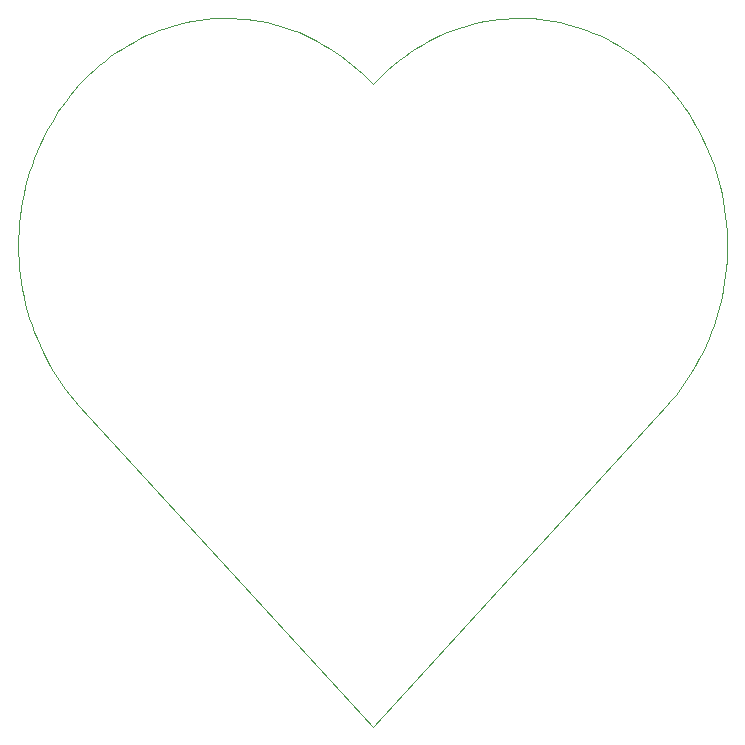
<source format=gbr>
%TF.GenerationSoftware,KiCad,Pcbnew,5.1.8*%
%TF.CreationDate,2021-02-28T21:38:59-05:00*%
%TF.ProjectId,ECG,4543472e-6b69-4636-9164-5f7063625858,rev?*%
%TF.SameCoordinates,Original*%
%TF.FileFunction,Profile,NP*%
%FSLAX46Y46*%
G04 Gerber Fmt 4.6, Leading zero omitted, Abs format (unit mm)*
G04 Created by KiCad (PCBNEW 5.1.8) date 2021-02-28 21:38:59*
%MOMM*%
%LPD*%
G01*
G04 APERTURE LIST*
%TA.AperFunction,Profile*%
%ADD10C,0.100000*%
%TD*%
G04 APERTURE END LIST*
D10*
X177794600Y-111882900D02*
X178154600Y-111385100D01*
X178154600Y-111385100D02*
X178498200Y-110876200D01*
X178498200Y-110876200D02*
X178825400Y-110356700D01*
X178825400Y-110356700D02*
X179136100Y-109827200D01*
X179136100Y-109827200D02*
X179430000Y-109288000D01*
X179430000Y-109288000D02*
X179707100Y-108739800D01*
X179707100Y-108739800D02*
X179967300Y-108182900D01*
X179967300Y-108182900D02*
X180210400Y-107617900D01*
X126111700Y-112369300D02*
X126503990Y-112843500D01*
X126503990Y-112843500D02*
X126912260Y-113305200D01*
X126912260Y-113305200D02*
X151765000Y-140490000D01*
X151765000Y-140490000D02*
X176617900Y-113305000D01*
X176617900Y-113305000D02*
X177026200Y-112843300D01*
X177026200Y-112843300D02*
X177418400Y-112369100D01*
X177418400Y-112369100D02*
X177794600Y-111882900D01*
X180210400Y-107617900D02*
X180436400Y-107045200D01*
X180436400Y-107045200D02*
X180645100Y-106465400D01*
X180645100Y-106465400D02*
X180836400Y-105878900D01*
X180836400Y-105878900D02*
X181010100Y-105286200D01*
X181010100Y-105286200D02*
X181166200Y-104687800D01*
X181166200Y-104687800D02*
X181304500Y-104084200D01*
X181304500Y-104084200D02*
X181425000Y-103475900D01*
X181425000Y-103475900D02*
X181527400Y-102863400D01*
X181684400Y-97869400D02*
X181619400Y-97240700D01*
X181619400Y-97240700D02*
X181535200Y-96612700D01*
X181535200Y-96612700D02*
X181431700Y-95985900D01*
X181431700Y-95985900D02*
X181308700Y-95360700D01*
X181308700Y-95360700D02*
X181166200Y-94737600D01*
X181166200Y-94737600D02*
X181004800Y-94120000D01*
X181004800Y-94120000D02*
X180825500Y-93511300D01*
X180825500Y-93511300D02*
X180628600Y-92911800D01*
X181527400Y-102863400D02*
X181611700Y-102247100D01*
X181611700Y-102247100D02*
X181677800Y-101627600D01*
X181677800Y-101627600D02*
X181725500Y-101005300D01*
X181725500Y-101005300D02*
X181754700Y-100380700D01*
X181754700Y-100380700D02*
X181765400Y-99754300D01*
X181765400Y-99754300D02*
X181757300Y-99126700D01*
X181757300Y-99126700D02*
X181730300Y-98498200D01*
X181730300Y-98498200D02*
X181684400Y-97869400D01*
X180628600Y-92911800D02*
X180414500Y-92321900D01*
X180414500Y-92321900D02*
X180183400Y-91741900D01*
X180183400Y-91741900D02*
X179935700Y-91172200D01*
X179935700Y-91172200D02*
X179671800Y-90613200D01*
X179671800Y-90613200D02*
X179391900Y-90065160D01*
X122363821Y-94737500D02*
X122221297Y-95360600D01*
X122221297Y-95360600D02*
X122098333Y-95985900D01*
X122098333Y-95985900D02*
X121994812Y-96612700D01*
X121994812Y-96612700D02*
X121910612Y-97240700D01*
X121910612Y-97240700D02*
X121845615Y-97869400D01*
X121845615Y-97869400D02*
X121799701Y-98498200D01*
X121799701Y-98498200D02*
X121772750Y-99126700D01*
X121772750Y-99126700D02*
X121764643Y-99754400D01*
X121764643Y-99754400D02*
X121775260Y-100380800D01*
X121775260Y-100380800D02*
X121804482Y-101005400D01*
X121804482Y-101005400D02*
X121852189Y-101627700D01*
X121852189Y-101627700D02*
X121918261Y-102247200D01*
X121918261Y-102247200D02*
X122002579Y-102863500D01*
X122002579Y-102863500D02*
X122105023Y-103476000D01*
X122105023Y-103476000D02*
X122225473Y-104084300D01*
X122225473Y-104084300D02*
X122363811Y-104687900D01*
X122363811Y-104687900D02*
X122519916Y-105286300D01*
X122519916Y-105286300D02*
X122693668Y-105879000D01*
X122693668Y-105879000D02*
X122884950Y-106465500D01*
X122884950Y-106465500D02*
X123093640Y-107045400D01*
X123093640Y-107045400D02*
X123319620Y-107618000D01*
X123319620Y-107618000D02*
X123562770Y-108183100D01*
X123562770Y-108183100D02*
X123822960Y-108739900D01*
X123822960Y-108739900D02*
X124100090Y-109288200D01*
X124100090Y-109288200D02*
X124394030Y-109827400D01*
X124394030Y-109827400D02*
X124704660Y-110356900D01*
X124704660Y-110356900D02*
X125031860Y-110876400D01*
X125031860Y-110876400D02*
X125375520Y-111385200D01*
X125375520Y-111385200D02*
X125735500Y-111883100D01*
X125735500Y-111883100D02*
X126111700Y-112369300D01*
X179391900Y-90065160D02*
X179096400Y-89528520D01*
X179096400Y-89528520D02*
X178785600Y-89003590D01*
X178785600Y-89003590D02*
X178459800Y-88490760D01*
X178459800Y-88490760D02*
X178119400Y-87990360D01*
X178119400Y-87990360D02*
X177764600Y-87502760D01*
X177764600Y-87502760D02*
X177395900Y-87028310D01*
X177395900Y-87028310D02*
X177013600Y-86567380D01*
X177013600Y-86567380D02*
X176617900Y-86120310D01*
X176617900Y-86120310D02*
X176209100Y-85687470D01*
X176209100Y-85687470D02*
X175787700Y-85269220D01*
X175787700Y-85269220D02*
X175354000Y-84865910D01*
X175354000Y-84865910D02*
X174908200Y-84477900D01*
X174908200Y-84477900D02*
X174450800Y-84105540D01*
X174450800Y-84105540D02*
X173981900Y-83749200D01*
X173981900Y-83749200D02*
X173502000Y-83409230D01*
X173502000Y-83409230D02*
X173011400Y-83085990D01*
X173011400Y-83085990D02*
X172510400Y-82779830D01*
X172510400Y-82779830D02*
X171999300Y-82491120D01*
X171999300Y-82491120D02*
X171478500Y-82220210D01*
X171478500Y-82220210D02*
X170948300Y-81967450D01*
X170948300Y-81967450D02*
X170409000Y-81733220D01*
X170409000Y-81733220D02*
X169860900Y-81517850D01*
X169860900Y-81517850D02*
X169304400Y-81321716D01*
X169304400Y-81321716D02*
X168739800Y-81145168D01*
X168739800Y-81145168D02*
X168170200Y-80989277D01*
X168170200Y-80989277D02*
X167598600Y-80854781D01*
X167598600Y-80854781D02*
X167025500Y-80741550D01*
X167025500Y-80741550D02*
X166451400Y-80649454D01*
X166451400Y-80649454D02*
X165876700Y-80578361D01*
X165876700Y-80578361D02*
X165301800Y-80528141D01*
X165301800Y-80528141D02*
X164727200Y-80498664D01*
X164727200Y-80498664D02*
X164153400Y-80489797D01*
X164153400Y-80489797D02*
X163580800Y-80501411D01*
X163580800Y-80501411D02*
X163009800Y-80533374D01*
X163009800Y-80533374D02*
X162440900Y-80585555D01*
X162440900Y-80585555D02*
X161874500Y-80657825D01*
X161874500Y-80657825D02*
X161311100Y-80750052D01*
X161311100Y-80750052D02*
X160751100Y-80862106D01*
X160751100Y-80862106D02*
X160195000Y-80993854D01*
X160195000Y-80993854D02*
X159643200Y-81145168D01*
X159643200Y-81145168D02*
X159096100Y-81315915D01*
X159096100Y-81315915D02*
X158554300Y-81505970D01*
X158554300Y-81505970D02*
X158018100Y-81715190D01*
X158018100Y-81715190D02*
X157488000Y-81943450D01*
X157488000Y-81943450D02*
X156964500Y-82190630D01*
X156964500Y-82190630D02*
X156447900Y-82456580D01*
X156447900Y-82456580D02*
X155938800Y-82741190D01*
X155938800Y-82741190D02*
X155437600Y-83044310D01*
X155437600Y-83044310D02*
X154944700Y-83365820D01*
X154944700Y-83365820D02*
X154460600Y-83705590D01*
X154460600Y-83705590D02*
X153985700Y-84063480D01*
X153985700Y-84063480D02*
X153520400Y-84439360D01*
X153520400Y-84439360D02*
X153065300Y-84833120D01*
X153065300Y-84833120D02*
X152620800Y-85244600D01*
X152620800Y-85244600D02*
X152187200Y-85673690D01*
X152187200Y-85673690D02*
X151765200Y-86120250D01*
X151765200Y-86120250D02*
X151343100Y-85673670D01*
X151343100Y-85673670D02*
X150909500Y-85244570D01*
X150909500Y-85244570D02*
X150465000Y-84833070D01*
X150465000Y-84833070D02*
X150009900Y-84439310D01*
X150009900Y-84439310D02*
X149544700Y-84063410D01*
X149544700Y-84063410D02*
X149069800Y-83705500D01*
X149069800Y-83705500D02*
X148585600Y-83365730D01*
X148585600Y-83365730D02*
X148092800Y-83044200D01*
X148092800Y-83044200D02*
X147591500Y-82741070D01*
X147591500Y-82741070D02*
X147082400Y-82456460D01*
X147082400Y-82456460D02*
X146565900Y-82190490D01*
X146565900Y-82190490D02*
X146042300Y-81943310D01*
X146042300Y-81943310D02*
X145512200Y-81715040D01*
X145512200Y-81715040D02*
X144976000Y-81505810D01*
X144976000Y-81505810D02*
X144434200Y-81315753D01*
X144434200Y-81315753D02*
X143887100Y-81144999D01*
X143887100Y-81144999D02*
X143335300Y-80993681D01*
X143335300Y-80993681D02*
X142779200Y-80861928D01*
X142779200Y-80861928D02*
X142219200Y-80749871D01*
X142219200Y-80749871D02*
X141655800Y-80657641D01*
X141655800Y-80657641D02*
X141089400Y-80585370D01*
X141089400Y-80585370D02*
X140520400Y-80533187D01*
X140520400Y-80533187D02*
X139949400Y-80501223D01*
X139949400Y-80501223D02*
X139376800Y-80489610D01*
X139376800Y-80489610D02*
X138803000Y-80498477D01*
X138803000Y-80498477D02*
X138228400Y-80527957D01*
X138228400Y-80527957D02*
X137653500Y-80578180D01*
X137653500Y-80578180D02*
X137078800Y-80649276D01*
X137078800Y-80649276D02*
X136504600Y-80741376D01*
X136504600Y-80741376D02*
X135931600Y-80854612D01*
X135931600Y-80854612D02*
X135359900Y-80989114D01*
X135359900Y-80989114D02*
X134790300Y-81145012D01*
X134790300Y-81145012D02*
X134225700Y-81321564D01*
X134225700Y-81321564D02*
X133669200Y-81517700D01*
X133669200Y-81517700D02*
X133121100Y-81733070D01*
X133121100Y-81733070D02*
X132581800Y-81967320D01*
X132581800Y-81967320D02*
X132051600Y-82220070D01*
X132051600Y-82220070D02*
X131530770Y-82490990D01*
X131530770Y-82490990D02*
X131019700Y-82779710D01*
X131019700Y-82779710D02*
X130518690Y-83085870D01*
X130518690Y-83085870D02*
X130028080Y-83409110D01*
X130028080Y-83409110D02*
X129548180Y-83749090D01*
X129548180Y-83749090D02*
X129079340Y-84105430D01*
X129079340Y-84105430D02*
X128621860Y-84477790D01*
X128621860Y-84477790D02*
X128176090Y-84865810D01*
X128176090Y-84865810D02*
X127742340Y-85269120D01*
X127742340Y-85269120D02*
X127320940Y-85687380D01*
X127320940Y-85687380D02*
X126912230Y-86120220D01*
X126912230Y-86120220D02*
X126516520Y-86567290D01*
X126516520Y-86567290D02*
X126134140Y-87028230D01*
X126134140Y-87028230D02*
X125765430Y-87502680D01*
X125765430Y-87502680D02*
X125410700Y-87990280D01*
X125410700Y-87990280D02*
X125070280Y-88490680D01*
X125070280Y-88490680D02*
X124744500Y-89003520D01*
X124744500Y-89003520D02*
X124433690Y-89528450D01*
X124433690Y-89528450D02*
X124138180Y-90065100D01*
X124138180Y-90065100D02*
X123858280Y-90613100D01*
X123858280Y-90613100D02*
X123594330Y-91172100D01*
X123594330Y-91172100D02*
X123346660Y-91741800D01*
X123346660Y-91741800D02*
X123115580Y-92321800D01*
X123115580Y-92321800D02*
X122901430Y-92911700D01*
X122901430Y-92911700D02*
X122704541Y-93511200D01*
X122704541Y-93511200D02*
X122525227Y-94119900D01*
X122525227Y-94119900D02*
X122363821Y-94737500D01*
X122363821Y-94737500D02*
X122363821Y-94737500D01*
X122363821Y-94737500D02*
X122363821Y-94737500D01*
M02*

</source>
